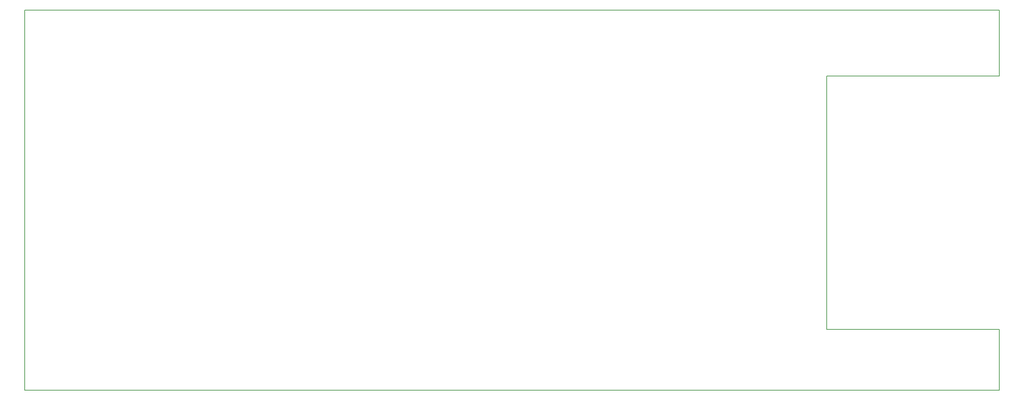
<source format=gbr>
G04 #@! TF.GenerationSoftware,KiCad,Pcbnew,(5.1.2-1)-1*
G04 #@! TF.CreationDate,2019-07-19T21:50:30+01:00*
G04 #@! TF.ProjectId,ControlModule,436f6e74-726f-46c4-9d6f-64756c652e6b,C*
G04 #@! TF.SameCoordinates,Original*
G04 #@! TF.FileFunction,Profile,NP*
%FSLAX46Y46*%
G04 Gerber Fmt 4.6, Leading zero omitted, Abs format (unit mm)*
G04 Created by KiCad (PCBNEW (5.1.2-1)-1) date 2019-07-19 21:50:30*
%MOMM*%
%LPD*%
G04 APERTURE LIST*
%ADD10C,0.200000*%
G04 APERTURE END LIST*
D10*
X271780000Y-58420000D02*
X271780000Y-41910000D01*
X228600000Y-121920000D02*
X271780000Y-121920000D01*
X228600000Y-58420000D02*
X228600000Y-121920000D01*
X271780000Y-58420000D02*
X228600000Y-58420000D01*
X271780000Y-41910000D02*
X27940000Y-41910000D01*
X271780000Y-137160000D02*
X271780000Y-121920000D01*
X27940000Y-137160000D02*
X271780000Y-137160000D01*
X27940000Y-41910000D02*
X27940000Y-137160000D01*
M02*

</source>
